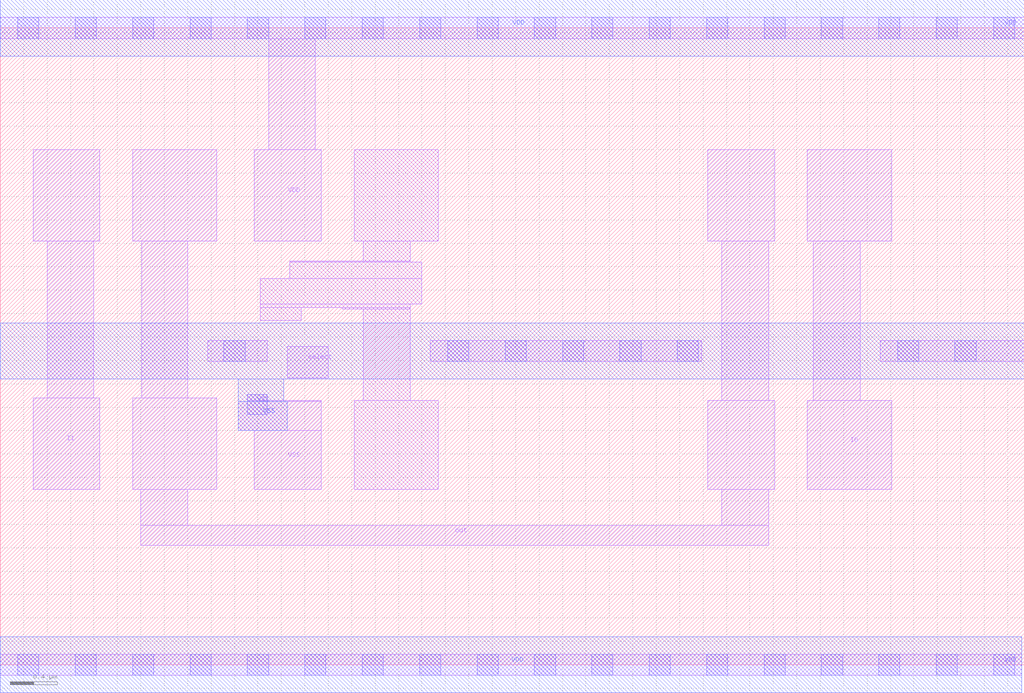
<source format=lef>
VERSION 5.7 ;
  NOWIREEXTENSIONATPIN ON ;
  DIVIDERCHAR "/" ;
  BUSBITCHARS "[]" ;
MACRO AMUX2_3V
  CLASS CORE ;
  FOREIGN AMUX2_3V ;
  ORIGIN 0.000 0.000 ;
  SIZE 8.740 BY 5.440 ;
  SITE unithddbl ;
  PIN select
    DIRECTION INPUT ;
    USE SIGNAL ;
    ANTENNAGATEAREA 0.648000 ;
    PORT
      LAYER li1 ;
        RECT 2.450 2.450 2.800 2.720 ;
    END
  END select
  PIN I0
    DIRECTION INPUT ;
    USE SIGNAL ;
    ANTENNADIFFAREA 1.263600 ;
    PORT
      LAYER li1 ;
        RECT 6.890 3.620 7.610 4.400 ;
        RECT 6.940 2.260 7.340 3.620 ;
        RECT 6.890 1.500 7.610 2.260 ;
    END
  END I0
  PIN out
    DIRECTION OUTPUT ;
    USE SIGNAL ;
    ANTENNADIFFAREA 2.268000 ;
    PORT
      LAYER li1 ;
        RECT 1.130 3.620 1.850 4.400 ;
        RECT 6.040 3.620 6.610 4.400 ;
        RECT 1.210 2.280 1.600 3.620 ;
        RECT 1.130 1.500 1.850 2.280 ;
        RECT 6.160 2.260 6.560 3.620 ;
        RECT 6.040 1.500 6.610 2.260 ;
        RECT 1.200 1.190 1.600 1.500 ;
        RECT 6.160 1.190 6.560 1.500 ;
        RECT 1.200 1.020 6.560 1.190 ;
    END
  END out
  PIN I1
    DIRECTION INPUT ;
    USE SIGNAL ;
    ANTENNADIFFAREA 1.036800 ;
    PORT
      LAYER li1 ;
        RECT 0.280 3.620 0.850 4.400 ;
        RECT 0.400 2.280 0.800 3.620 ;
        RECT 0.280 1.500 0.850 2.280 ;
    END
  END I1
  PIN VSS
    DIRECTION INOUT ;
    USE GROUND ;
    PORT
      LAYER li1 ;
        RECT 1.770 2.590 2.280 2.770 ;
        RECT 3.670 2.590 5.990 2.770 ;
        RECT 7.510 2.590 8.740 2.770 ;
        RECT 2.110 2.260 2.280 2.310 ;
        RECT 2.110 2.250 2.740 2.260 ;
        RECT 2.030 2.000 2.740 2.250 ;
        RECT 2.170 1.500 2.740 2.000 ;
      LAYER mcon ;
        RECT 1.910 2.590 2.090 2.770 ;
        RECT 3.820 2.590 4.000 2.770 ;
        RECT 4.310 2.590 4.490 2.770 ;
        RECT 4.800 2.590 4.980 2.770 ;
        RECT 5.290 2.590 5.470 2.770 ;
        RECT 5.780 2.590 5.960 2.770 ;
        RECT 7.660 2.590 7.840 2.770 ;
        RECT 8.150 2.590 8.330 2.770 ;
        RECT 2.110 2.140 2.280 2.310 ;
      LAYER met1 ;
        RECT 0.000 2.440 8.740 2.920 ;
        RECT 2.030 2.250 2.420 2.440 ;
        RECT 2.030 2.000 2.450 2.250 ;
    END
  END VSS
  PIN VDD
    DIRECTION INOUT ;
    USE POWER ;
    PORT
      LAYER li1 ;
        RECT 0.000 -0.090 8.720 0.090 ;
      LAYER mcon ;
        RECT 0.150 -0.090 0.330 0.090 ;
        RECT 0.640 -0.090 0.820 0.090 ;
        RECT 1.130 -0.090 1.310 0.090 ;
        RECT 1.620 -0.090 1.800 0.090 ;
        RECT 2.110 -0.090 2.290 0.090 ;
        RECT 2.600 -0.090 2.780 0.090 ;
        RECT 3.090 -0.090 3.270 0.090 ;
        RECT 3.580 -0.090 3.760 0.090 ;
        RECT 4.070 -0.090 4.250 0.090 ;
        RECT 4.560 -0.090 4.740 0.090 ;
        RECT 5.050 -0.090 5.230 0.090 ;
        RECT 5.540 -0.090 5.720 0.090 ;
        RECT 6.030 -0.090 6.210 0.090 ;
        RECT 6.520 -0.090 6.700 0.090 ;
        RECT 7.010 -0.090 7.190 0.090 ;
        RECT 7.500 -0.090 7.680 0.090 ;
        RECT 7.990 -0.090 8.170 0.090 ;
        RECT 8.480 -0.090 8.660 0.090 ;
      LAYER met1 ;
        RECT 0.000 -0.240 8.720 0.240 ;
    END
  END VDD
  PIN VDD
    DIRECTION INOUT ;
    USE POWER ;
    PORT
      LAYER li1 ;
        RECT 0.000 5.350 8.740 5.530 ;
        RECT 2.290 4.400 2.690 5.350 ;
        RECT 2.170 3.620 2.740 4.400 ;
      LAYER mcon ;
        RECT 0.150 5.350 0.330 5.530 ;
        RECT 0.640 5.350 0.820 5.530 ;
        RECT 1.130 5.350 1.310 5.530 ;
        RECT 1.620 5.350 1.800 5.530 ;
        RECT 2.110 5.350 2.290 5.530 ;
        RECT 2.600 5.350 2.780 5.530 ;
        RECT 3.090 5.350 3.270 5.530 ;
        RECT 3.580 5.350 3.760 5.530 ;
        RECT 4.070 5.350 4.250 5.530 ;
        RECT 4.560 5.350 4.740 5.530 ;
        RECT 5.050 5.350 5.230 5.530 ;
        RECT 5.540 5.350 5.720 5.530 ;
        RECT 6.030 5.350 6.210 5.530 ;
        RECT 6.520 5.350 6.700 5.530 ;
        RECT 7.010 5.350 7.190 5.530 ;
        RECT 7.500 5.350 7.680 5.530 ;
        RECT 7.990 5.350 8.170 5.530 ;
        RECT 8.480 5.350 8.660 5.530 ;
      LAYER met1 ;
        RECT 0.000 5.200 8.740 5.680 ;
    END
  END VDD
  OBS
      LAYER li1 ;
        RECT 3.020 3.620 3.740 4.400 ;
        RECT 3.100 3.450 3.500 3.620 ;
        RECT 2.470 3.440 3.500 3.450 ;
        RECT 2.470 3.300 3.600 3.440 ;
        RECT 2.220 3.080 3.600 3.300 ;
        RECT 2.220 3.050 3.500 3.080 ;
        RECT 2.220 2.940 2.570 3.050 ;
        RECT 2.920 3.040 3.500 3.050 ;
        RECT 3.100 2.260 3.500 3.040 ;
        RECT 3.020 1.500 3.740 2.260 ;
  END
END AMUX2_3V
END LIBRARY


</source>
